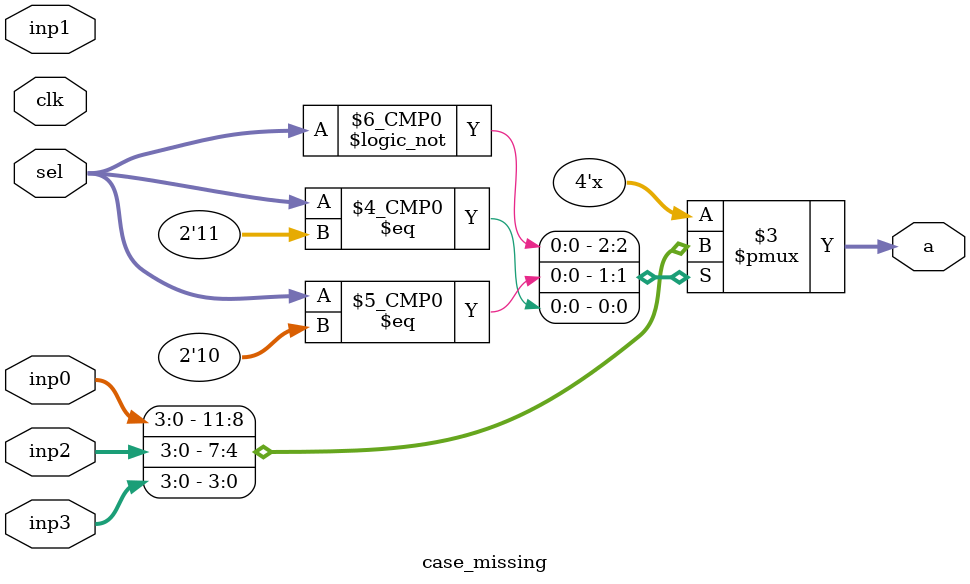
<source format=sv>
`define expected_error CombError

module case_missing(input logic clk,
                    input logic[1:0] sel,
                    input logic[3:0] inp0,
                    input logic[3:0] inp1,
                    input logic[3:0] inp2,
                    input logic[3:0] inp3,
                    output logic[3:0] a);

always_comb
 case (sel)
   2'b00: a = inp0;
   //2'b01: a = inp1;
   2'b10: a = inp2;
   2'b11: a = inp3;
 endcase

endmodule

</source>
